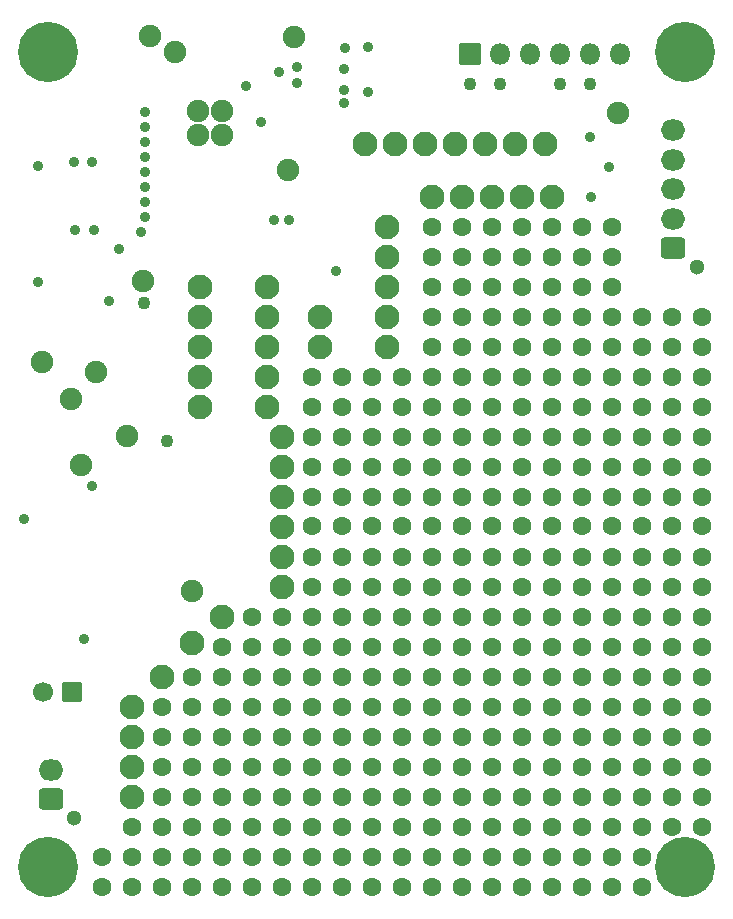
<source format=gbr>
%TF.GenerationSoftware,KiCad,Pcbnew,(6.0.1)*%
%TF.CreationDate,2023-01-01T21:05:58-08:00*%
%TF.ProjectId,ESP32 Protoboard - Small R1,45535033-3220-4507-926f-746f626f6172,rev?*%
%TF.SameCoordinates,Original*%
%TF.FileFunction,Soldermask,Bot*%
%TF.FilePolarity,Negative*%
%FSLAX46Y46*%
G04 Gerber Fmt 4.6, Leading zero omitted, Abs format (unit mm)*
G04 Created by KiCad (PCBNEW (6.0.1)) date 2023-01-01 21:05:58*
%MOMM*%
%LPD*%
G01*
G04 APERTURE LIST*
G04 Aperture macros list*
%AMRoundRect*
0 Rectangle with rounded corners*
0 $1 Rounding radius*
0 $2 $3 $4 $5 $6 $7 $8 $9 X,Y pos of 4 corners*
0 Add a 4 corners polygon primitive as box body*
4,1,4,$2,$3,$4,$5,$6,$7,$8,$9,$2,$3,0*
0 Add four circle primitives for the rounded corners*
1,1,$1+$1,$2,$3*
1,1,$1+$1,$4,$5*
1,1,$1+$1,$6,$7*
1,1,$1+$1,$8,$9*
0 Add four rect primitives between the rounded corners*
20,1,$1+$1,$2,$3,$4,$5,0*
20,1,$1+$1,$4,$5,$6,$7,0*
20,1,$1+$1,$6,$7,$8,$9,0*
20,1,$1+$1,$8,$9,$2,$3,0*%
G04 Aperture macros list end*
%ADD10C,0.900000*%
%ADD11C,5.100000*%
%ADD12RoundRect,0.050000X0.800000X0.800000X-0.800000X0.800000X-0.800000X-0.800000X0.800000X-0.800000X0*%
%ADD13C,1.700000*%
%ADD14C,1.100000*%
%ADD15C,1.300000*%
%ADD16RoundRect,0.300000X0.750000X-0.600000X0.750000X0.600000X-0.750000X0.600000X-0.750000X-0.600000X0*%
%ADD17O,2.100000X1.800000*%
%ADD18RoundRect,0.300000X0.725000X-0.600000X0.725000X0.600000X-0.725000X0.600000X-0.725000X-0.600000X0*%
%ADD19O,2.050000X1.800000*%
%ADD20C,1.600000*%
%ADD21C,2.100000*%
%ADD22RoundRect,0.050000X0.850000X-0.850000X0.850000X0.850000X-0.850000X0.850000X-0.850000X-0.850000X0*%
%ADD23O,1.800000X1.800000*%
%ADD24C,1.900000*%
G04 APERTURE END LIST*
D10*
%TO.C,H4*%
X55674175Y-73325825D03*
X55125000Y-72000000D03*
X55674175Y-70674175D03*
D11*
X57000000Y-72000000D03*
D10*
X58875000Y-72000000D03*
X58325825Y-73325825D03*
X58325825Y-70674175D03*
X57000000Y-70125000D03*
X57000000Y-73875000D03*
%TD*%
%TO.C,H3*%
X57000000Y-1125000D03*
X55674175Y-4325825D03*
D11*
X57000000Y-3000000D03*
D10*
X58325825Y-4325825D03*
X57000000Y-4875000D03*
X55674175Y-1674175D03*
X55125000Y-3000000D03*
X58325825Y-1674175D03*
X58875000Y-3000000D03*
%TD*%
D12*
%TO.C,C1*%
X5080000Y-57150000D03*
D13*
X2580000Y-57150000D03*
%TD*%
D10*
%TO.C,H2*%
X3000000Y-70125000D03*
D11*
X3000000Y-72000000D03*
D10*
X3000000Y-73875000D03*
X4875000Y-72000000D03*
X4325825Y-70674175D03*
X1125000Y-72000000D03*
X1674175Y-73325825D03*
X4325825Y-73325825D03*
X1674175Y-70674175D03*
%TD*%
%TO.C,H1*%
X4325825Y-4325825D03*
X3000000Y-1125000D03*
X4325825Y-1674175D03*
X1674175Y-1674175D03*
D11*
X3000000Y-3000000D03*
D10*
X4875000Y-3000000D03*
X1674175Y-4325825D03*
X1125000Y-3000000D03*
X3000000Y-4875000D03*
%TD*%
D14*
%TO.C,TP1*%
X48895000Y-5715000D03*
%TD*%
%TO.C,TP2*%
X46355000Y-5715000D03*
%TD*%
%TO.C,TP3*%
X41275000Y-5715000D03*
%TD*%
%TO.C,TP4*%
X38735000Y-5715000D03*
%TD*%
D15*
%TO.C,J1*%
X5268000Y-67854000D03*
D16*
X3268000Y-66254000D03*
D17*
X3268000Y-63754000D03*
%TD*%
D15*
%TO.C,J8*%
X57990000Y-21205000D03*
D18*
X55990000Y-19605000D03*
D19*
X55990000Y-17105000D03*
X55990000Y-14605000D03*
X55990000Y-12105000D03*
X55990000Y-9605000D03*
%TD*%
D20*
%TO.C,REF\u002A\u002A*%
X55880000Y-35560000D03*
%TD*%
%TO.C,REF\u002A\u002A*%
X38067310Y-40640000D03*
%TD*%
%TO.C,REF\u002A\u002A*%
X48260000Y-73660000D03*
%TD*%
%TO.C,REF\u002A\u002A*%
X30480000Y-66040000D03*
%TD*%
%TO.C,REF\u002A\u002A*%
X30480000Y-48260000D03*
%TD*%
%TO.C,REF\u002A\u002A*%
X15240000Y-73660000D03*
%TD*%
%TO.C,REF\u002A\u002A*%
X38100000Y-45720000D03*
%TD*%
%TO.C,REF\u002A\u002A*%
X27940000Y-73660000D03*
%TD*%
%TO.C,REF\u002A\u002A*%
X33020000Y-50800000D03*
%TD*%
%TO.C,REF\u002A\u002A*%
X45720000Y-50800000D03*
%TD*%
%TO.C,REF\u002A\u002A*%
X40640000Y-48260000D03*
%TD*%
%TO.C,REF\u002A\u002A*%
X27940000Y-71120000D03*
%TD*%
%TO.C,REF\u002A\u002A*%
X50800000Y-35560000D03*
%TD*%
%TO.C,REF\u002A\u002A*%
X22860000Y-50800000D03*
%TD*%
%TO.C,REF\u002A\u002A*%
X38100000Y-68612690D03*
%TD*%
%TO.C,REF\u002A\u002A*%
X33020000Y-38100000D03*
%TD*%
%TO.C,REF\u002A\u002A*%
X15240000Y-55880000D03*
%TD*%
%TO.C,REF\u002A\u002A*%
X25400000Y-68612690D03*
%TD*%
%TO.C,REF\u002A\u002A*%
X55880000Y-68580000D03*
%TD*%
%TO.C,REF\u002A\u002A*%
X15240000Y-68612690D03*
%TD*%
D21*
%TO.C,IO21*%
X42545000Y-10795000D03*
%TD*%
D20*
%TO.C,REF\u002A\u002A*%
X20320000Y-73660000D03*
%TD*%
%TO.C,REF\u002A\u002A*%
X55880000Y-58420000D03*
%TD*%
D21*
%TO.C,IO17*%
X31750000Y-22860000D03*
%TD*%
D20*
%TO.C,REF\u002A\u002A*%
X20320000Y-71120000D03*
%TD*%
%TO.C,REF\u002A\u002A*%
X55847310Y-40640000D03*
%TD*%
%TO.C,REF\u002A\u002A*%
X30447310Y-43159141D03*
%TD*%
%TO.C,REF\u002A\u002A*%
X53307310Y-40640000D03*
%TD*%
%TO.C,REF\u002A\u002A*%
X35560000Y-33020000D03*
%TD*%
%TO.C,REF\u002A\u002A*%
X43180000Y-22860000D03*
%TD*%
%TO.C,REF\u002A\u002A*%
X43180000Y-35560000D03*
%TD*%
%TO.C,REF\u002A\u002A*%
X22860000Y-60960000D03*
%TD*%
%TO.C,REF\u002A\u002A*%
X58420000Y-38100000D03*
%TD*%
%TO.C,REF\u002A\u002A*%
X58420000Y-63500000D03*
%TD*%
%TO.C,REF\u002A\u002A*%
X32987310Y-40640000D03*
%TD*%
%TO.C,REF\u002A\u002A*%
X55880000Y-33020000D03*
%TD*%
D21*
%TO.C,IO14*%
X15875000Y-30480000D03*
%TD*%
D20*
%TO.C,REF\u002A\u002A*%
X40640000Y-22860000D03*
%TD*%
%TO.C,REF\u002A\u002A*%
X30480000Y-60960000D03*
%TD*%
%TO.C,REF\u002A\u002A*%
X27940000Y-45720000D03*
%TD*%
%TO.C,REF\u002A\u002A*%
X45720000Y-33020000D03*
%TD*%
%TO.C,REF\u002A\u002A*%
X27940000Y-38100000D03*
%TD*%
%TO.C,REF\u002A\u002A*%
X50800000Y-45720000D03*
%TD*%
%TO.C,REF\u002A\u002A*%
X22860000Y-68612690D03*
%TD*%
%TO.C,REF\u002A\u002A*%
X40640000Y-68612690D03*
%TD*%
%TO.C,REF\u002A\u002A*%
X48260000Y-20320000D03*
%TD*%
%TO.C,REF\u002A\u002A*%
X33020000Y-55880000D03*
%TD*%
%TO.C,REF\u002A\u002A*%
X20320000Y-53340000D03*
%TD*%
%TO.C,REF\u002A\u002A*%
X35560000Y-25400000D03*
%TD*%
%TO.C,REF\u002A\u002A*%
X35560000Y-48260000D03*
%TD*%
%TO.C,REF\u002A\u002A*%
X40640000Y-25400000D03*
%TD*%
%TO.C,REF\u002A\u002A*%
X53340000Y-71120000D03*
%TD*%
%TO.C,REF\u002A\u002A*%
X17780000Y-63500000D03*
%TD*%
%TO.C,REF\u002A\u002A*%
X7620000Y-71120000D03*
%TD*%
%TO.C,REF\u002A\u002A*%
X48260000Y-53340000D03*
%TD*%
%TO.C,REF\u002A\u002A*%
X35560000Y-63500000D03*
%TD*%
%TO.C,REF\u002A\u002A*%
X38100000Y-38100000D03*
%TD*%
%TO.C,REF\u002A\u002A*%
X35560000Y-73660000D03*
%TD*%
%TO.C,REF\u002A\u002A*%
X33020000Y-60960000D03*
%TD*%
%TO.C,REF\u002A\u002A*%
X35560000Y-17780000D03*
%TD*%
%TO.C,REF\u002A\u002A*%
X12700000Y-58420000D03*
%TD*%
%TO.C,REF\u002A\u002A*%
X20320000Y-58420000D03*
%TD*%
%TO.C,REF\u002A\u002A*%
X53340000Y-50800000D03*
%TD*%
%TO.C,REF\u002A\u002A*%
X27940000Y-68612690D03*
%TD*%
%TO.C,REF\u002A\u002A*%
X50800000Y-58420000D03*
%TD*%
%TO.C,REF\u002A\u002A*%
X58387310Y-53340000D03*
%TD*%
%TO.C,REF\u002A\u002A*%
X40640000Y-66040000D03*
%TD*%
%TO.C,REF\u002A\u002A*%
X38100000Y-66040000D03*
%TD*%
%TO.C,REF\u002A\u002A*%
X25400000Y-35560000D03*
%TD*%
%TO.C,REF\u002A\u002A*%
X35560000Y-45720000D03*
%TD*%
%TO.C,REF\u002A\u002A*%
X58420000Y-33020000D03*
%TD*%
%TO.C,REF\u002A\u002A*%
X25400000Y-63500000D03*
%TD*%
%TO.C,REF\u002A\u002A*%
X43180000Y-73660000D03*
%TD*%
D21*
%TO.C,VIN1*%
X10160000Y-66040000D03*
%TD*%
D20*
%TO.C,REF\u002A\u002A*%
X30480000Y-55880000D03*
%TD*%
%TO.C,REF\u002A\u002A*%
X40640000Y-30480000D03*
%TD*%
%TO.C,REF\u002A\u002A*%
X40640000Y-20320000D03*
%TD*%
%TO.C,REF\u002A\u002A*%
X40640000Y-58420000D03*
%TD*%
%TO.C,REF\u002A\u002A*%
X43180000Y-30480000D03*
%TD*%
%TO.C,REF\u002A\u002A*%
X58387310Y-60960000D03*
%TD*%
%TO.C,REF\u002A\u002A*%
X43180000Y-53340000D03*
%TD*%
%TO.C,REF\u002A\u002A*%
X17780000Y-58420000D03*
%TD*%
%TO.C,REF\u002A\u002A*%
X45720000Y-22860000D03*
%TD*%
%TO.C,REF\u002A\u002A*%
X17780000Y-53340000D03*
%TD*%
%TO.C,REF\u002A\u002A*%
X22860000Y-58420000D03*
%TD*%
%TO.C,REF\u002A\u002A*%
X15240000Y-58420000D03*
%TD*%
%TO.C,REF\u002A\u002A*%
X48260000Y-48260000D03*
%TD*%
%TO.C,REF\u002A\u002A*%
X40607310Y-43159141D03*
%TD*%
%TO.C,REF\u002A\u002A*%
X38100000Y-22860000D03*
%TD*%
%TO.C,REF\u002A\u002A*%
X40640000Y-71120000D03*
%TD*%
%TO.C,REF\u002A\u002A*%
X58387310Y-43159141D03*
%TD*%
%TO.C,REF\u002A\u002A*%
X58387310Y-50800000D03*
%TD*%
%TO.C,REF\u002A\u002A*%
X43180000Y-48260000D03*
%TD*%
%TO.C,REF\u002A\u002A*%
X33020000Y-58420000D03*
%TD*%
%TO.C,REF\u002A\u002A*%
X43180000Y-60960000D03*
%TD*%
%TO.C,REF\u002A\u002A*%
X33020000Y-53340000D03*
%TD*%
%TO.C,REF\u002A\u002A*%
X30480000Y-38100000D03*
%TD*%
%TO.C,REF\u002A\u002A*%
X35527310Y-40640000D03*
%TD*%
%TO.C,REF\u002A\u002A*%
X40640000Y-27940000D03*
%TD*%
D21*
%TO.C,VIN4*%
X15240000Y-52998250D03*
%TD*%
D20*
%TO.C,REF\u002A\u002A*%
X38100000Y-17780000D03*
%TD*%
%TO.C,REF\u002A\u002A*%
X22860000Y-55880000D03*
%TD*%
D21*
%TO.C,VIN2*%
X10160000Y-60960000D03*
%TD*%
D20*
%TO.C,REF\u002A\u002A*%
X50800000Y-71120000D03*
%TD*%
%TO.C,REF\u002A\u002A*%
X45720000Y-48260000D03*
%TD*%
%TO.C,REF\u002A\u002A*%
X27907310Y-40640000D03*
%TD*%
%TO.C,REF\u002A\u002A*%
X48260000Y-22860000D03*
%TD*%
%TO.C,REF\u002A\u002A*%
X53340000Y-55880000D03*
%TD*%
%TO.C,REF\u002A\u002A*%
X38100000Y-63500000D03*
%TD*%
%TO.C,REF\u002A\u002A*%
X48260000Y-68612690D03*
%TD*%
%TO.C,REF\u002A\u002A*%
X40640000Y-73660000D03*
%TD*%
%TO.C,REF\u002A\u002A*%
X15240000Y-60960000D03*
%TD*%
D21*
%TO.C,IO18*%
X31750000Y-17780000D03*
%TD*%
D20*
%TO.C,REF\u002A\u002A*%
X27940000Y-58420000D03*
%TD*%
%TO.C,REF\u002A\u002A*%
X22860000Y-53340000D03*
%TD*%
%TO.C,REF\u002A\u002A*%
X53340000Y-68580000D03*
%TD*%
%TO.C,REF\u002A\u002A*%
X25400000Y-66040000D03*
%TD*%
D21*
%TO.C,IO16*%
X31750000Y-25400000D03*
%TD*%
D20*
%TO.C,REF\u002A\u002A*%
X35560000Y-35560000D03*
%TD*%
D21*
%TO.C,IO22*%
X45085000Y-10795000D03*
%TD*%
D20*
%TO.C,REF\u002A\u002A*%
X40640000Y-53340000D03*
%TD*%
%TO.C,REF\u002A\u002A*%
X33020000Y-63500000D03*
%TD*%
%TO.C,REF\u002A\u002A*%
X53340000Y-73660000D03*
%TD*%
D21*
%TO.C,5V03*%
X43180000Y-15240000D03*
%TD*%
D20*
%TO.C,REF\u002A\u002A*%
X53340000Y-27940000D03*
%TD*%
%TO.C,REF\u002A\u002A*%
X50800000Y-66040000D03*
%TD*%
%TO.C,REF\u002A\u002A*%
X58387310Y-45720000D03*
%TD*%
%TO.C,REF\u002A\u002A*%
X43180000Y-68612690D03*
%TD*%
D21*
%TO.C,IO5*%
X31750000Y-20320000D03*
%TD*%
D20*
%TO.C,REF\u002A\u002A*%
X45720000Y-53340000D03*
%TD*%
%TO.C,REF\u002A\u002A*%
X10160000Y-68612690D03*
%TD*%
%TO.C,REF\u002A\u002A*%
X53340000Y-48260000D03*
%TD*%
D21*
%TO.C,IO27*%
X15875000Y-33020000D03*
%TD*%
D20*
%TO.C,REF\u002A\u002A*%
X55880000Y-55880000D03*
%TD*%
%TO.C,REF\u002A\u002A*%
X40640000Y-35560000D03*
%TD*%
%TO.C,REF\u002A\u002A*%
X27940000Y-63500000D03*
%TD*%
%TO.C,REF\u002A\u002A*%
X38100000Y-25400000D03*
%TD*%
%TO.C,REF\u002A\u002A*%
X50800000Y-22860000D03*
%TD*%
%TO.C,REF\u002A\u002A*%
X30447310Y-40640000D03*
%TD*%
%TO.C,REF\u002A\u002A*%
X55880000Y-43159141D03*
%TD*%
D21*
%TO.C,5V04*%
X35560000Y-15240000D03*
%TD*%
D20*
%TO.C,REF\u002A\u002A*%
X55880000Y-60960000D03*
%TD*%
D21*
%TO.C,IO33*%
X21590000Y-22860000D03*
%TD*%
%TO.C,3V34*%
X45720000Y-15240000D03*
%TD*%
D20*
%TO.C,REF\u002A\u002A*%
X48260000Y-38100000D03*
%TD*%
%TO.C,REF\u002A\u002A*%
X38100000Y-48260000D03*
%TD*%
%TO.C,REF\u002A\u002A*%
X38100000Y-55880000D03*
%TD*%
%TO.C,REF\u002A\u002A*%
X58420000Y-25400000D03*
%TD*%
%TO.C,REF\u002A\u002A*%
X43180000Y-27940000D03*
%TD*%
%TO.C,REF\u002A\u002A*%
X30480000Y-50800000D03*
%TD*%
%TO.C,REF\u002A\u002A*%
X35560000Y-58420000D03*
%TD*%
%TO.C,REF\u002A\u002A*%
X50767310Y-43159141D03*
%TD*%
%TO.C,REF\u002A\u002A*%
X40640000Y-55880000D03*
%TD*%
%TO.C,REF\u002A\u002A*%
X22860000Y-73660000D03*
%TD*%
%TO.C,REF\u002A\u002A*%
X25400000Y-60960000D03*
%TD*%
%TO.C,REF\u002A\u002A*%
X12700000Y-66040000D03*
%TD*%
%TO.C,REF\u002A\u002A*%
X35527310Y-43159141D03*
%TD*%
%TO.C,REF\u002A\u002A*%
X40640000Y-33020000D03*
%TD*%
D21*
%TO.C,IO32*%
X15875000Y-27940000D03*
%TD*%
D20*
%TO.C,REF\u002A\u002A*%
X50800000Y-17780000D03*
%TD*%
%TO.C,REF\u002A\u002A*%
X33020000Y-45720000D03*
%TD*%
%TO.C,REF\u002A\u002A*%
X25400000Y-45720000D03*
%TD*%
%TO.C,REF\u002A\u002A*%
X40640000Y-38100000D03*
%TD*%
%TO.C,REF\u002A\u002A*%
X53340000Y-30480000D03*
%TD*%
%TO.C,REF\u002A\u002A*%
X30480000Y-45720000D03*
%TD*%
%TO.C,REF\u002A\u002A*%
X50800000Y-27940000D03*
%TD*%
%TO.C,REF\u002A\u002A*%
X45720000Y-30480000D03*
%TD*%
%TO.C,REF\u002A\u002A*%
X48260000Y-30480000D03*
%TD*%
%TO.C,REF\u002A\u002A*%
X35560000Y-60960000D03*
%TD*%
%TO.C,REF\u002A\u002A*%
X40607310Y-40640000D03*
%TD*%
%TO.C,REF\u002A\u002A*%
X35560000Y-68612690D03*
%TD*%
%TO.C,REF\u002A\u002A*%
X35560000Y-22860000D03*
%TD*%
%TO.C,REF\u002A\u002A*%
X35560000Y-66040000D03*
%TD*%
%TO.C,REF\u002A\u002A*%
X43180000Y-38100000D03*
%TD*%
D22*
%TO.C,J2*%
X38760000Y-3175000D03*
D23*
X41300000Y-3175000D03*
X43840000Y-3175000D03*
X46380000Y-3175000D03*
X48920000Y-3175000D03*
X51460000Y-3175000D03*
%TD*%
D20*
%TO.C,REF\u002A\u002A*%
X53340000Y-33020000D03*
%TD*%
%TO.C,REF\u002A\u002A*%
X55880000Y-38100000D03*
%TD*%
%TO.C,REF\u002A\u002A*%
X45720000Y-17780000D03*
%TD*%
D21*
%TO.C,IO12*%
X15875000Y-25400000D03*
%TD*%
D20*
%TO.C,REF\u002A\u002A*%
X45720000Y-71120000D03*
%TD*%
%TO.C,REF\u002A\u002A*%
X45720000Y-20320000D03*
%TD*%
%TO.C,REF\u002A\u002A*%
X50800000Y-38100000D03*
%TD*%
%TO.C,REF\u002A\u002A*%
X53340000Y-45720000D03*
%TD*%
%TO.C,REF\u002A\u002A*%
X35560000Y-20320000D03*
%TD*%
%TO.C,REF\u002A\u002A*%
X17780000Y-55880000D03*
%TD*%
%TO.C,REF\u002A\u002A*%
X33020000Y-68612690D03*
%TD*%
%TO.C,REF\u002A\u002A*%
X12700000Y-71120000D03*
%TD*%
%TO.C,REF\u002A\u002A*%
X43180000Y-17780000D03*
%TD*%
%TO.C,REF\u002A\u002A*%
X38100000Y-33020000D03*
%TD*%
%TO.C,REF\u002A\u002A*%
X38100000Y-73660000D03*
%TD*%
D21*
%TO.C,5V02*%
X22860000Y-40640000D03*
%TD*%
D20*
%TO.C,REF\u002A\u002A*%
X48260000Y-25400000D03*
%TD*%
%TO.C,REF\u002A\u002A*%
X50800000Y-55880000D03*
%TD*%
%TO.C,REF\u002A\u002A*%
X25400000Y-55880000D03*
%TD*%
%TO.C,REF\u002A\u002A*%
X17780000Y-71120000D03*
%TD*%
%TO.C,REF\u002A\u002A*%
X50800000Y-73660000D03*
%TD*%
%TO.C,REF\u002A\u002A*%
X38100000Y-71120000D03*
%TD*%
%TO.C,REF\u002A\u002A*%
X50800000Y-33020000D03*
%TD*%
%TO.C,REF\u002A\u002A*%
X45720000Y-25400000D03*
%TD*%
%TO.C,REF\u002A\u002A*%
X32987310Y-43159141D03*
%TD*%
%TO.C,REF\u002A\u002A*%
X22860000Y-66040000D03*
%TD*%
%TO.C,REF\u002A\u002A*%
X50800000Y-48260000D03*
%TD*%
%TO.C,REF\u002A\u002A*%
X17780000Y-73660000D03*
%TD*%
%TO.C,REF\u002A\u002A*%
X25400000Y-53340000D03*
%TD*%
%TO.C,REF\u002A\u002A*%
X45720000Y-68612690D03*
%TD*%
D21*
%TO.C,IO34*%
X21590000Y-33020000D03*
%TD*%
D20*
%TO.C,REF\u002A\u002A*%
X45720000Y-73660000D03*
%TD*%
%TO.C,REF\u002A\u002A*%
X53340000Y-35560000D03*
%TD*%
%TO.C,REF\u002A\u002A*%
X30480000Y-73660000D03*
%TD*%
%TO.C,REF\u002A\u002A*%
X53307310Y-43159141D03*
%TD*%
%TO.C,REF\u002A\u002A*%
X27940000Y-60960000D03*
%TD*%
%TO.C,REF\u002A\u002A*%
X33020000Y-33020000D03*
%TD*%
D21*
%TO.C,IO3*%
X40005000Y-10795000D03*
%TD*%
D20*
%TO.C,REF\u002A\u002A*%
X15240000Y-63500000D03*
%TD*%
%TO.C,REF\u002A\u002A*%
X35560000Y-53340000D03*
%TD*%
%TO.C,REF\u002A\u002A*%
X25400000Y-58420000D03*
%TD*%
%TO.C,REF\u002A\u002A*%
X43180000Y-45720000D03*
%TD*%
%TO.C,REF\u002A\u002A*%
X43180000Y-63500000D03*
%TD*%
%TO.C,REF\u002A\u002A*%
X10160000Y-71120000D03*
%TD*%
%TO.C,REF\u002A\u002A*%
X30480000Y-30480000D03*
%TD*%
%TO.C,REF\u002A\u002A*%
X50800000Y-30480000D03*
%TD*%
%TO.C,REF\u002A\u002A*%
X58420000Y-27940000D03*
%TD*%
%TO.C,REF\u002A\u002A*%
X43180000Y-71120000D03*
%TD*%
%TO.C,REF\u002A\u002A*%
X33020000Y-66040000D03*
%TD*%
%TO.C,REF\u002A\u002A*%
X40640000Y-60960000D03*
%TD*%
D21*
%TO.C,G3*%
X17780000Y-50800000D03*
%TD*%
D20*
%TO.C,REF\u002A\u002A*%
X25400000Y-33020000D03*
%TD*%
%TO.C,REF\u002A\u002A*%
X53340000Y-53340000D03*
%TD*%
%TO.C,REF\u002A\u002A*%
X22860000Y-71120000D03*
%TD*%
%TO.C,REF\u002A\u002A*%
X38100000Y-53340000D03*
%TD*%
%TO.C,REF\u002A\u002A*%
X27940000Y-66040000D03*
%TD*%
%TO.C,REF\u002A\u002A*%
X55880000Y-63500000D03*
%TD*%
%TO.C,REF\u002A\u002A*%
X12700000Y-73660000D03*
%TD*%
%TO.C,REF\u002A\u002A*%
X35560000Y-27940000D03*
%TD*%
%TO.C,REF\u002A\u002A*%
X30480000Y-58420000D03*
%TD*%
%TO.C,REF\u002A\u002A*%
X17780000Y-68612690D03*
%TD*%
%TO.C,REF\u002A\u002A*%
X50800000Y-20320000D03*
%TD*%
%TO.C,REF\u002A\u002A*%
X27940000Y-33020000D03*
%TD*%
D21*
%TO.C,IO4*%
X31750000Y-27940000D03*
%TD*%
D20*
%TO.C,REF\u002A\u002A*%
X33020000Y-30480000D03*
%TD*%
%TO.C,REF\u002A\u002A*%
X27940000Y-50800000D03*
%TD*%
%TO.C,REF\u002A\u002A*%
X40640000Y-63500000D03*
%TD*%
%TO.C,REF\u002A\u002A*%
X53340000Y-38100000D03*
%TD*%
%TO.C,REF\u002A\u002A*%
X50800000Y-63500000D03*
%TD*%
D21*
%TO.C,G5*%
X22860000Y-35560000D03*
%TD*%
D20*
%TO.C,REF\u002A\u002A*%
X48260000Y-50800000D03*
%TD*%
D21*
%TO.C,G4*%
X22860000Y-43180000D03*
%TD*%
D20*
%TO.C,REF\u002A\u002A*%
X45720000Y-55880000D03*
%TD*%
%TO.C,REF\u002A\u002A*%
X45720000Y-35560000D03*
%TD*%
D21*
%TO.C,VIN3*%
X12700000Y-55880000D03*
%TD*%
D20*
%TO.C,REF\u002A\u002A*%
X20320000Y-68612690D03*
%TD*%
%TO.C,REF\u002A\u002A*%
X58420000Y-35560000D03*
%TD*%
%TO.C,REF\u002A\u002A*%
X35560000Y-55880000D03*
%TD*%
%TO.C,REF\u002A\u002A*%
X25400000Y-73660000D03*
%TD*%
%TO.C,REF\u002A\u002A*%
X48260000Y-66040000D03*
%TD*%
%TO.C,REF\u002A\u002A*%
X30480000Y-68612690D03*
%TD*%
%TO.C,REF\u002A\u002A*%
X33020000Y-48260000D03*
%TD*%
%TO.C,REF\u002A\u002A*%
X50800000Y-50800000D03*
%TD*%
%TO.C,REF\u002A\u002A*%
X53340000Y-25400000D03*
%TD*%
%TO.C,REF\u002A\u002A*%
X48260000Y-33020000D03*
%TD*%
%TO.C,REF\u002A\u002A*%
X25367310Y-43159141D03*
%TD*%
D21*
%TO.C,IO2*%
X26035000Y-27940000D03*
%TD*%
D20*
%TO.C,REF\u002A\u002A*%
X20320000Y-50800000D03*
%TD*%
%TO.C,REF\u002A\u002A*%
X43147310Y-43159141D03*
%TD*%
%TO.C,REF\u002A\u002A*%
X45720000Y-45720000D03*
%TD*%
%TO.C,REF\u002A\u002A*%
X43180000Y-66040000D03*
%TD*%
%TO.C,REF\u002A\u002A*%
X25400000Y-50800000D03*
%TD*%
%TO.C,REF\u002A\u002A*%
X43180000Y-20320000D03*
%TD*%
%TO.C,REF\u002A\u002A*%
X40640000Y-45720000D03*
%TD*%
D21*
%TO.C,G1*%
X10160000Y-63500000D03*
%TD*%
D20*
%TO.C,REF\u002A\u002A*%
X30480000Y-35560000D03*
%TD*%
%TO.C,REF\u002A\u002A*%
X45720000Y-66040000D03*
%TD*%
D21*
%TO.C,IO35*%
X21590000Y-30480000D03*
%TD*%
D20*
%TO.C,REF\u002A\u002A*%
X58420000Y-30480000D03*
%TD*%
D21*
%TO.C,IO23*%
X32385000Y-10795000D03*
%TD*%
D20*
%TO.C,REF\u002A\u002A*%
X27940000Y-35560000D03*
%TD*%
D21*
%TO.C,IO0*%
X34925000Y-10795000D03*
%TD*%
D20*
%TO.C,REF\u002A\u002A*%
X35560000Y-38100000D03*
%TD*%
%TO.C,REF\u002A\u002A*%
X12700000Y-60960000D03*
%TD*%
%TO.C,REF\u002A\u002A*%
X50800000Y-60960000D03*
%TD*%
%TO.C,REF\u002A\u002A*%
X17780000Y-60960000D03*
%TD*%
%TO.C,REF\u002A\u002A*%
X55880000Y-50800000D03*
%TD*%
%TO.C,REF\u002A\u002A*%
X38100000Y-27940000D03*
%TD*%
%TO.C,REF\u002A\u002A*%
X50767310Y-40640000D03*
%TD*%
%TO.C,REF\u002A\u002A*%
X45720000Y-58420000D03*
%TD*%
%TO.C,REF\u002A\u002A*%
X55880000Y-27940000D03*
%TD*%
%TO.C,REF\u002A\u002A*%
X45720000Y-63500000D03*
%TD*%
%TO.C,REF\u002A\u002A*%
X45687310Y-40640000D03*
%TD*%
%TO.C,REF\u002A\u002A*%
X48260000Y-58420000D03*
%TD*%
%TO.C,REF\u002A\u002A*%
X58420000Y-68580000D03*
%TD*%
%TO.C,REF\u002A\u002A*%
X25367310Y-40640000D03*
%TD*%
%TO.C,REF\u002A\u002A*%
X35560000Y-71120000D03*
%TD*%
%TO.C,REF\u002A\u002A*%
X27940000Y-55880000D03*
%TD*%
%TO.C,REF\u002A\u002A*%
X35560000Y-50800000D03*
%TD*%
%TO.C,REF\u002A\u002A*%
X48260000Y-17780000D03*
%TD*%
%TO.C,REF\u002A\u002A*%
X38100000Y-60960000D03*
%TD*%
D21*
%TO.C,3V32*%
X22860000Y-38100000D03*
%TD*%
D20*
%TO.C,REF\u002A\u002A*%
X43147310Y-40640000D03*
%TD*%
%TO.C,REF\u002A\u002A*%
X27940000Y-48260000D03*
%TD*%
%TO.C,REF\u002A\u002A*%
X40640000Y-50800000D03*
%TD*%
%TO.C,REF\u002A\u002A*%
X35560000Y-30480000D03*
%TD*%
%TO.C,REF\u002A\u002A*%
X48260000Y-45720000D03*
%TD*%
%TO.C,REF\u002A\u002A*%
X58387310Y-48260000D03*
%TD*%
%TO.C,REF\u002A\u002A*%
X48227310Y-43159141D03*
%TD*%
%TO.C,REF\u002A\u002A*%
X55880000Y-45720000D03*
%TD*%
%TO.C,REF\u002A\u002A*%
X50800000Y-68612690D03*
%TD*%
%TO.C,REF\u002A\u002A*%
X20320000Y-66040000D03*
%TD*%
%TO.C,REF\u002A\u002A*%
X38100000Y-58420000D03*
%TD*%
D21*
%TO.C,G6*%
X40640000Y-15240000D03*
%TD*%
D20*
%TO.C,REF\u002A\u002A*%
X12700000Y-63500000D03*
%TD*%
%TO.C,REF\u002A\u002A*%
X17780000Y-66040000D03*
%TD*%
%TO.C,REF\u002A\u002A*%
X30480000Y-33020000D03*
%TD*%
%TO.C,REF\u002A\u002A*%
X45720000Y-27940000D03*
%TD*%
%TO.C,REF\u002A\u002A*%
X53340000Y-60960000D03*
%TD*%
%TO.C,REF\u002A\u002A*%
X30480000Y-63500000D03*
%TD*%
%TO.C,REF\u002A\u002A*%
X25400000Y-38100000D03*
%TD*%
%TO.C,REF\u002A\u002A*%
X30480000Y-53340000D03*
%TD*%
%TO.C,REF\u002A\u002A*%
X43180000Y-55880000D03*
%TD*%
D21*
%TO.C,G2*%
X10160000Y-58420000D03*
%TD*%
D20*
%TO.C,REF\u002A\u002A*%
X20320000Y-60960000D03*
%TD*%
%TO.C,REF\u002A\u002A*%
X58387310Y-55880000D03*
%TD*%
%TO.C,REF\u002A\u002A*%
X55880000Y-30480000D03*
%TD*%
%TO.C,REF\u002A\u002A*%
X55880000Y-53340000D03*
%TD*%
%TO.C,REF\u002A\u002A*%
X48260000Y-27940000D03*
%TD*%
%TO.C,REF\u002A\u002A*%
X33020000Y-73660000D03*
%TD*%
%TO.C,REF\u002A\u002A*%
X22860000Y-63500000D03*
%TD*%
%TO.C,REF\u002A\u002A*%
X30480000Y-71120000D03*
%TD*%
%TO.C,REF\u002A\u002A*%
X25400000Y-48260000D03*
%TD*%
%TO.C,REF\u002A\u002A*%
X7620000Y-73660000D03*
%TD*%
%TO.C,REF\u002A\u002A*%
X58420000Y-40640000D03*
%TD*%
%TO.C,REF\u002A\u002A*%
X45720000Y-60960000D03*
%TD*%
%TO.C,REF\u002A\u002A*%
X20320000Y-63500000D03*
%TD*%
%TO.C,REF\u002A\u002A*%
X43180000Y-25400000D03*
%TD*%
%TO.C,REF\u002A\u002A*%
X48260000Y-35560000D03*
%TD*%
D21*
%TO.C,IO25*%
X21590000Y-25400000D03*
%TD*%
D20*
%TO.C,REF\u002A\u002A*%
X50800000Y-53340000D03*
%TD*%
%TO.C,REF\u002A\u002A*%
X25400000Y-30480000D03*
%TD*%
%TO.C,REF\u002A\u002A*%
X55880000Y-66040000D03*
%TD*%
%TO.C,REF\u002A\u002A*%
X33020000Y-35560000D03*
%TD*%
%TO.C,REF\u002A\u002A*%
X38100000Y-30480000D03*
%TD*%
%TO.C,REF\u002A\u002A*%
X58387310Y-58420000D03*
%TD*%
%TO.C,REF\u002A\u002A*%
X38100000Y-50800000D03*
%TD*%
%TO.C,REF\u002A\u002A*%
X53340000Y-63500000D03*
%TD*%
%TO.C,REF\u002A\u002A*%
X33020000Y-71120000D03*
%TD*%
%TO.C,REF\u002A\u002A*%
X48260000Y-63500000D03*
%TD*%
%TO.C,REF\u002A\u002A*%
X55880000Y-48260000D03*
%TD*%
%TO.C,REF\u002A\u002A*%
X43180000Y-58420000D03*
%TD*%
D21*
%TO.C,3V31*%
X22860000Y-45720000D03*
%TD*%
D20*
%TO.C,REF\u002A\u002A*%
X38100000Y-20320000D03*
%TD*%
%TO.C,REF\u002A\u002A*%
X43180000Y-50800000D03*
%TD*%
%TO.C,REF\u002A\u002A*%
X27940000Y-53340000D03*
%TD*%
D21*
%TO.C,IO13*%
X15875000Y-22860000D03*
%TD*%
D20*
%TO.C,REF\u002A\u002A*%
X48227310Y-40640000D03*
%TD*%
%TO.C,REF\u002A\u002A*%
X50800000Y-25400000D03*
%TD*%
%TO.C,REF\u002A\u002A*%
X48260000Y-71120000D03*
%TD*%
%TO.C,REF\u002A\u002A*%
X27940000Y-30480000D03*
%TD*%
%TO.C,REF\u002A\u002A*%
X38067310Y-43159141D03*
%TD*%
%TO.C,REF\u002A\u002A*%
X15240000Y-66040000D03*
%TD*%
%TO.C,REF\u002A\u002A*%
X53340000Y-66040000D03*
%TD*%
D21*
%TO.C,IO26*%
X21590000Y-27940000D03*
%TD*%
%TO.C,3V33*%
X38100000Y-15240000D03*
%TD*%
%TO.C,IO19*%
X29845000Y-10795000D03*
%TD*%
D20*
%TO.C,REF\u002A\u002A*%
X53340000Y-58420000D03*
%TD*%
%TO.C,REF\u002A\u002A*%
X15240000Y-71120000D03*
%TD*%
%TO.C,REF\u002A\u002A*%
X12700000Y-68612690D03*
%TD*%
%TO.C,REF\u002A\u002A*%
X43180000Y-33020000D03*
%TD*%
%TO.C,REF\u002A\u002A*%
X45720000Y-38100000D03*
%TD*%
D21*
%TO.C,IO1*%
X37465000Y-10795000D03*
%TD*%
D20*
%TO.C,REF\u002A\u002A*%
X27907310Y-43159141D03*
%TD*%
%TO.C,REF\u002A\u002A*%
X10160000Y-73660000D03*
%TD*%
%TO.C,REF\u002A\u002A*%
X20320000Y-55880000D03*
%TD*%
%TO.C,REF\u002A\u002A*%
X38100000Y-35560000D03*
%TD*%
%TO.C,REF\u002A\u002A*%
X40640000Y-17780000D03*
%TD*%
%TO.C,REF\u002A\u002A*%
X48260000Y-55880000D03*
%TD*%
%TO.C,REF\u002A\u002A*%
X55880000Y-25400000D03*
%TD*%
D21*
%TO.C,5V01*%
X22860000Y-48260000D03*
%TD*%
%TO.C,IO15*%
X26035000Y-25400000D03*
%TD*%
D20*
%TO.C,REF\u002A\u002A*%
X45687310Y-43159141D03*
%TD*%
%TO.C,REF\u002A\u002A*%
X58420000Y-66040000D03*
%TD*%
%TO.C,REF\u002A\u002A*%
X25400000Y-71120000D03*
%TD*%
%TO.C,REF\u002A\u002A*%
X48260000Y-60960000D03*
%TD*%
D24*
X11049000Y-22352000D03*
X23875000Y-1745000D03*
X17750000Y-8000000D03*
X5826000Y-37992000D03*
X15750000Y-8000000D03*
X17750000Y-10000000D03*
X15750000Y-10000000D03*
D10*
X27432000Y-21500000D03*
X5207000Y-12331500D03*
D14*
X13081000Y-35941000D03*
D10*
X2159000Y-12685000D03*
X8242000Y-24118000D03*
X2159000Y-22464000D03*
X1016000Y-42550500D03*
D24*
X4953000Y-32336500D03*
X11637324Y-1664990D03*
X15221000Y-48638000D03*
D14*
X11176000Y-24257000D03*
D24*
X7112000Y-30099000D03*
D10*
X6960000Y-18034000D03*
D24*
X9751000Y-35492000D03*
D10*
X6751000Y-39742000D03*
X6096000Y-52712000D03*
D24*
X51308000Y-8128000D03*
X23368000Y-12954000D03*
D10*
X28133000Y-7300000D03*
X19812000Y-5842000D03*
D24*
X13749000Y-3015000D03*
D10*
X50546000Y-12700000D03*
X48895000Y-10160000D03*
X30099000Y-6350000D03*
D24*
X2526000Y-29247500D03*
D10*
X30099000Y-2540000D03*
X49022000Y-15240000D03*
X5296500Y-18046500D03*
X28194000Y-2667000D03*
X24130000Y-5588000D03*
X28067000Y-4445000D03*
X23465000Y-17235000D03*
X28067000Y-6223000D03*
X6756500Y-12332000D03*
X22606000Y-4699000D03*
X10922000Y-18255000D03*
X11270000Y-16985000D03*
X22195000Y-17235000D03*
X24130000Y-4285000D03*
X21082000Y-8890000D03*
X11270000Y-13175000D03*
X11270000Y-14445000D03*
X11270000Y-15715000D03*
X11270000Y-10635000D03*
X9017000Y-19685000D03*
X11270000Y-11905000D03*
X11270000Y-8095000D03*
X11270000Y-9365000D03*
M02*

</source>
